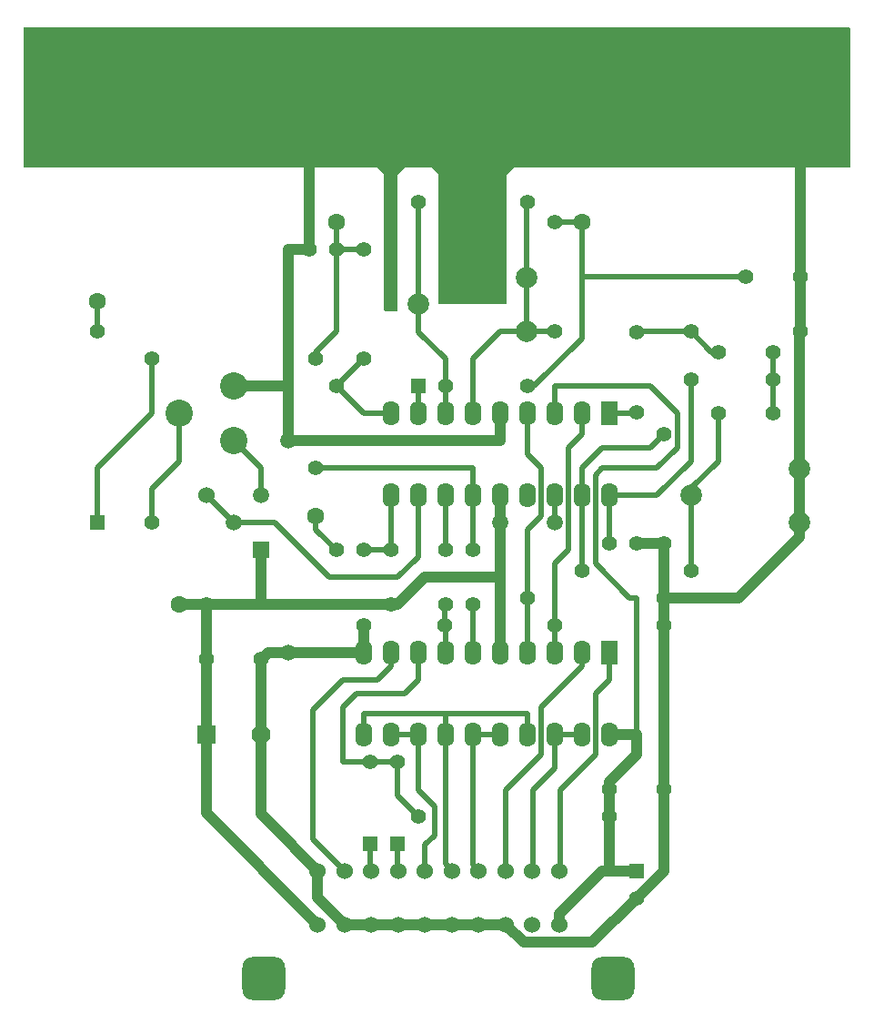
<source format=gbl>
G04 #@! TF.GenerationSoftware,KiCad,Pcbnew,6.0.1-79c1e3a40b~116~ubuntu20.04.1*
G04 #@! TF.CreationDate,2022-02-05T14:03:54+01:00*
G04 #@! TF.ProjectId,modulator,6d6f6475-6c61-4746-9f72-2e6b69636164,1.0*
G04 #@! TF.SameCoordinates,PX6acfc00PY8e18f40*
G04 #@! TF.FileFunction,Copper,L2,Bot*
G04 #@! TF.FilePolarity,Positive*
%FSLAX46Y46*%
G04 Gerber Fmt 4.6, Leading zero omitted, Abs format (unit mm)*
G04 Created by KiCad (PCBNEW 6.0.1-79c1e3a40b~116~ubuntu20.04.1) date 2022-02-05 14:03:54*
%MOMM*%
%LPD*%
G01*
G04 APERTURE LIST*
G04 Aperture macros list*
%AMRoundRect*
0 Rectangle with rounded corners*
0 $1 Rounding radius*
0 $2 $3 $4 $5 $6 $7 $8 $9 X,Y pos of 4 corners*
0 Add a 4 corners polygon primitive as box body*
4,1,4,$2,$3,$4,$5,$6,$7,$8,$9,$2,$3,0*
0 Add four circle primitives for the rounded corners*
1,1,$1+$1,$2,$3*
1,1,$1+$1,$4,$5*
1,1,$1+$1,$6,$7*
1,1,$1+$1,$8,$9*
0 Add four rect primitives between the rounded corners*
20,1,$1+$1,$2,$3,$4,$5,0*
20,1,$1+$1,$4,$5,$6,$7,0*
20,1,$1+$1,$6,$7,$8,$9,0*
20,1,$1+$1,$8,$9,$2,$3,0*%
G04 Aperture macros list end*
G04 #@! TA.AperFunction,ComponentPad*
%ADD10C,1.600000*%
G04 #@! TD*
G04 #@! TA.AperFunction,ComponentPad*
%ADD11C,1.397000*%
G04 #@! TD*
G04 #@! TA.AperFunction,ComponentPad*
%ADD12R,1.500000X1.500000*%
G04 #@! TD*
G04 #@! TA.AperFunction,ComponentPad*
%ADD13C,1.500000*%
G04 #@! TD*
G04 #@! TA.AperFunction,ComponentPad*
%ADD14RoundRect,1.000000X-1.000000X-1.000000X1.000000X-1.000000X1.000000X1.000000X-1.000000X1.000000X0*%
G04 #@! TD*
G04 #@! TA.AperFunction,ComponentPad*
%ADD15C,1.524000*%
G04 #@! TD*
G04 #@! TA.AperFunction,ComponentPad*
%ADD16C,2.540000*%
G04 #@! TD*
G04 #@! TA.AperFunction,ComponentPad*
%ADD17C,2.000000*%
G04 #@! TD*
G04 #@! TA.AperFunction,ComponentPad*
%ADD18R,1.574800X2.286000*%
G04 #@! TD*
G04 #@! TA.AperFunction,ComponentPad*
%ADD19O,1.574800X2.286000*%
G04 #@! TD*
G04 #@! TA.AperFunction,ComponentPad*
%ADD20R,1.397000X1.397000*%
G04 #@! TD*
G04 #@! TA.AperFunction,ComponentPad*
%ADD21R,1.778000X1.778000*%
G04 #@! TD*
G04 #@! TA.AperFunction,ComponentPad*
%ADD22C,1.778000*%
G04 #@! TD*
G04 #@! TA.AperFunction,ViaPad*
%ADD23C,1.500000*%
G04 #@! TD*
G04 #@! TA.AperFunction,Conductor*
%ADD24C,1.016000*%
G04 #@! TD*
G04 #@! TA.AperFunction,Conductor*
%ADD25C,0.508000*%
G04 #@! TD*
G04 APERTURE END LIST*
D10*
X7380000Y67974000D03*
D11*
X47385000Y40415000D03*
X60085000Y40415000D03*
X49925000Y37875000D03*
X60085000Y37875000D03*
D12*
X22620000Y44860000D03*
D13*
X22620000Y49940000D03*
X20080000Y47400000D03*
D14*
X22879080Y5030260D03*
X55380920Y5030260D03*
D15*
X37880320Y10028980D03*
X35380960Y10028980D03*
X32881600Y10028980D03*
X30379700Y10028980D03*
X27880340Y10028980D03*
X40379680Y10028980D03*
X42879040Y10028980D03*
X45380940Y10028980D03*
X47880300Y10028980D03*
X50379660Y10028980D03*
X50379660Y15027700D03*
X47880300Y15027700D03*
X45380940Y15027700D03*
X42879040Y15027700D03*
X40379680Y15027700D03*
X27880340Y15027700D03*
X30379700Y15027700D03*
X32881600Y15027700D03*
X35380960Y15027700D03*
X37880320Y15027700D03*
D10*
X29605000Y75340000D03*
X15000000Y39780000D03*
X52465000Y75340000D03*
D16*
X20080000Y55020000D03*
X15000000Y57560000D03*
X20080000Y60100000D03*
D10*
X27700000Y48035000D03*
D17*
X72706260Y52439360D03*
X72706260Y47440640D03*
X62703740Y49940000D03*
X47306260Y70219360D03*
X47306260Y65220640D03*
X37303740Y67720000D03*
D11*
X55005000Y20095000D03*
X37225000Y20095000D03*
X12460000Y47400000D03*
X12460000Y62640000D03*
X47385000Y77245000D03*
X37225000Y77245000D03*
X60085000Y55655000D03*
X60085000Y45495000D03*
X62625000Y65180000D03*
X72785000Y65180000D03*
D15*
X17540000Y49940000D03*
D11*
X17540000Y39780000D03*
X32145000Y72800000D03*
X32145000Y62640000D03*
X49925000Y75340000D03*
X49925000Y65180000D03*
X27700000Y52480000D03*
X27700000Y62640000D03*
X52465000Y42955000D03*
X62625000Y42955000D03*
X39765000Y60100000D03*
X47385000Y60100000D03*
X70245000Y60735000D03*
X62625000Y60735000D03*
D18*
X55005000Y35335000D03*
D19*
X52465000Y35335000D03*
X49925000Y35335000D03*
X47385000Y35335000D03*
X44845000Y35335000D03*
X42305000Y35335000D03*
X39765000Y35335000D03*
X37225000Y35335000D03*
X34685000Y35335000D03*
X32145000Y35335000D03*
X32145000Y27715000D03*
X34685000Y27715000D03*
X37225000Y27715000D03*
X39765000Y27715000D03*
X42305000Y27715000D03*
X44845000Y27715000D03*
X47385000Y27715000D03*
X49925000Y27715000D03*
X52465000Y27715000D03*
X55005000Y27715000D03*
D18*
X55005000Y57560000D03*
D19*
X52465000Y57560000D03*
X49925000Y57560000D03*
X47385000Y57560000D03*
X44845000Y57560000D03*
X42305000Y57560000D03*
X39765000Y57560000D03*
X37225000Y57560000D03*
X34685000Y57560000D03*
X34685000Y49940000D03*
X37225000Y49940000D03*
X39765000Y49940000D03*
X42305000Y49940000D03*
X44845000Y49940000D03*
X47385000Y49940000D03*
X49925000Y49940000D03*
X52465000Y49940000D03*
X55005000Y49940000D03*
D20*
X35320000Y17555000D03*
D11*
X35320000Y25175000D03*
D20*
X37225000Y60100000D03*
D11*
X29605000Y60100000D03*
D20*
X32780000Y17555000D03*
D11*
X32780000Y25175000D03*
D20*
X7380000Y47400000D03*
D11*
X7380000Y65180000D03*
X57545000Y57620960D03*
X57545000Y65119040D03*
D21*
X17540000Y27715000D03*
D22*
X22620000Y27715000D03*
D11*
X67705000Y70260000D03*
X72785000Y70260000D03*
X55005000Y22635000D03*
X60085000Y22635000D03*
X70245000Y63275000D03*
X65165000Y63275000D03*
X17540000Y34700000D03*
X22620000Y34700000D03*
X70245000Y57560000D03*
X65165000Y57560000D03*
D20*
X57545000Y15015000D03*
D11*
X57545000Y12475000D03*
X29605000Y44860000D03*
X32145000Y44860000D03*
X29605000Y72800000D03*
X27065000Y72800000D03*
X55005000Y45495000D03*
X57545000Y45495000D03*
X42305000Y39780000D03*
X42305000Y44860000D03*
X39765000Y39780000D03*
X39765000Y44860000D03*
X34685000Y44860000D03*
X34685000Y39780000D03*
X39704040Y37875000D03*
X32205960Y37875000D03*
D23*
X44845000Y47400000D03*
X49925000Y47400000D03*
X25160000Y55020000D03*
X25160000Y35335000D03*
D24*
X57545000Y12475000D02*
X53427660Y8357660D01*
X53427660Y8357660D02*
X47052260Y8357660D01*
X47052260Y8357660D02*
X45380940Y10028980D01*
X17540000Y34700000D02*
X17540000Y27715000D01*
X35320000Y39780000D02*
X37860000Y42320000D01*
X37860000Y42320000D02*
X44845000Y42320000D01*
D25*
X49925000Y49940000D02*
X49925000Y47400000D01*
D24*
X17540000Y34700000D02*
X17540000Y39780000D01*
X17540000Y39780000D02*
X21985000Y39780000D01*
X17540000Y39780000D02*
X15000000Y39780000D01*
X44845000Y42320000D02*
X44845000Y35335000D01*
X34685000Y39780000D02*
X35320000Y39780000D01*
X44845000Y47400000D02*
X44845000Y42320000D01*
X44845000Y49940000D02*
X44845000Y47400000D01*
X22620000Y39780000D02*
X22620000Y44860000D01*
X34685000Y39780000D02*
X22620000Y39780000D01*
X22620000Y39780000D02*
X21985000Y39780000D01*
X17540000Y20369320D02*
X27880340Y10028980D01*
X17540000Y27715000D02*
X17540000Y20369320D01*
X55005000Y20095000D02*
X55005000Y15015000D01*
X55005000Y15015000D02*
X57545000Y15015000D01*
D25*
X61355000Y54385000D02*
X61355000Y57560000D01*
X54370000Y52480000D02*
X59450000Y52480000D01*
D24*
X55005000Y20095000D02*
X55005000Y22635000D01*
X54370000Y15015000D02*
X55005000Y15015000D01*
D25*
X49925000Y60100000D02*
X49925000Y57560000D01*
X57545000Y40415000D02*
X56910000Y40415000D01*
D24*
X55005000Y22635000D02*
X55005000Y23270000D01*
X57545000Y25810000D02*
X57545000Y27715000D01*
X55005000Y23270000D02*
X57545000Y25810000D01*
D25*
X61355000Y57560000D02*
X58815000Y60100000D01*
X57545000Y27715000D02*
X57545000Y40415000D01*
X50560000Y60100000D02*
X49925000Y60100000D01*
X56910000Y40415000D02*
X53735000Y43590000D01*
X58815000Y60100000D02*
X50560000Y60100000D01*
X53735000Y43590000D02*
X53735000Y51845000D01*
D24*
X55005000Y27715000D02*
X57545000Y27715000D01*
D25*
X53735000Y51845000D02*
X54370000Y52480000D01*
X59450000Y52480000D02*
X61355000Y54385000D01*
D24*
X50379660Y11024660D02*
X50379660Y10028980D01*
X54370000Y15015000D02*
X50379660Y11024660D01*
D25*
X53735000Y25810000D02*
X53735000Y31525000D01*
X53735000Y31525000D02*
X55005000Y32795000D01*
X55005000Y32795000D02*
X55005000Y35335000D01*
X50430460Y22505460D02*
X53735000Y25810000D01*
X50430460Y15078500D02*
X50379660Y15027700D01*
X50430460Y22505460D02*
X50430460Y15078500D01*
X35190460Y17425460D02*
X35320000Y17555000D01*
X35320000Y15088660D02*
X35380960Y15027700D01*
X35320000Y17555000D02*
X35320000Y15088660D01*
X27440920Y29995920D02*
X27440920Y17966480D01*
X30240000Y32795000D02*
X27440920Y29995920D01*
X33415000Y32795000D02*
X30240000Y32795000D01*
X34685000Y34065000D02*
X33415000Y32795000D01*
X27440920Y17966480D02*
X30379700Y15027700D01*
X34685000Y35335000D02*
X34685000Y34065000D01*
X32650460Y17425460D02*
X32780000Y17555000D01*
X32780000Y15129300D02*
X32881600Y15027700D01*
X32780000Y17555000D02*
X32780000Y15129300D01*
X47890460Y22505460D02*
X49925000Y24540000D01*
X49925000Y27715000D02*
X52465000Y27715000D01*
X49925000Y24540000D02*
X49925000Y27715000D01*
X47890460Y15037860D02*
X47880300Y15027700D01*
X47890460Y22505460D02*
X47890460Y15037860D01*
X42810460Y27209540D02*
X42305000Y27715000D01*
X42305000Y27715000D02*
X44845000Y27715000D01*
X42305000Y15601740D02*
X42879040Y15027700D01*
X42305000Y27715000D02*
X42305000Y15601740D01*
X52465000Y34065000D02*
X52465000Y35335000D01*
X48655000Y25810000D02*
X48655000Y30255000D01*
X45350460Y22505460D02*
X48655000Y25810000D01*
X48655000Y30255000D02*
X52465000Y34065000D01*
X45350460Y15058180D02*
X45380940Y15027700D01*
X45350460Y22505460D02*
X45350460Y15058180D01*
X37225000Y27715000D02*
X34685000Y27715000D01*
X37880320Y17448320D02*
X37880320Y15027700D01*
X38749000Y18317000D02*
X37880320Y17448320D01*
X38749000Y20984000D02*
X38749000Y18317000D01*
X37225000Y22508000D02*
X38749000Y20984000D01*
X37225000Y27715000D02*
X37225000Y22508000D01*
X47385000Y29620000D02*
X47385000Y27715000D01*
X39765000Y29620000D02*
X47385000Y29620000D01*
X32145000Y27715000D02*
X32145000Y29620000D01*
X39765000Y29620000D02*
X39765000Y27715000D01*
X32145000Y29620000D02*
X39765000Y29620000D01*
X40270460Y27209540D02*
X39765000Y27715000D01*
X39765000Y15642380D02*
X40379680Y15027700D01*
X39765000Y27715000D02*
X39765000Y15642380D01*
D24*
X27065000Y72800000D02*
X27065000Y81690000D01*
X22620000Y34700000D02*
X22620000Y27715000D01*
X25160000Y72800000D02*
X25160000Y60100000D01*
D25*
X7458740Y82403740D02*
X7458740Y81458860D01*
X8650000Y83595000D02*
X7458740Y82403740D01*
D24*
X60085000Y37875000D02*
X60085000Y40415000D01*
X57545000Y12475000D02*
X60085000Y15015000D01*
X72706260Y46051260D02*
X72706260Y47440640D01*
X60085000Y22635000D02*
X60085000Y37875000D01*
D25*
X27065000Y81690000D02*
X25160000Y83595000D01*
D24*
X72706260Y47440640D02*
X72706260Y52439360D01*
X60085000Y40415000D02*
X67070000Y40415000D01*
D25*
X25160000Y83595000D02*
X8650000Y83595000D01*
D24*
X67070000Y40415000D02*
X72706260Y46051260D01*
X60085000Y15015000D02*
X60085000Y22635000D01*
X27065000Y81690000D02*
X72785000Y81690000D01*
X27065000Y72800000D02*
X25160000Y72800000D01*
X72785000Y81690000D02*
X72785000Y70260000D01*
X60085000Y45495000D02*
X57545000Y45495000D01*
X72706260Y65101260D02*
X72785000Y65180000D01*
X72706260Y52439360D02*
X72706260Y65101260D01*
X44845000Y55020000D02*
X25160000Y55020000D01*
X25160000Y55020000D02*
X25160000Y60100000D01*
X44845000Y57560000D02*
X44845000Y55020000D01*
X72785000Y65180000D02*
X72785000Y70260000D01*
X25160000Y60100000D02*
X20080000Y60100000D01*
X60085000Y40415000D02*
X60085000Y45495000D01*
X23255000Y35335000D02*
X22620000Y34700000D01*
X25160000Y35335000D02*
X23255000Y35335000D01*
X32145000Y35335000D02*
X25160000Y35335000D01*
X32205960Y35395960D02*
X32145000Y35335000D01*
X32205960Y37875000D02*
X32205960Y35395960D01*
X23448040Y19460000D02*
X27880340Y15027700D01*
X22620000Y20288040D02*
X23448040Y19460000D01*
X22620000Y27715000D02*
X22620000Y20288040D01*
X27880340Y12528340D02*
X30379700Y10028980D01*
X27880340Y15027700D02*
X27880340Y12528340D01*
X30379700Y10028980D02*
X32881600Y10028980D01*
X32881600Y10028980D02*
X35380960Y10028980D01*
X35380960Y10028980D02*
X37880320Y10028980D01*
X37880320Y10028980D02*
X40379680Y10028980D01*
X40379680Y10028980D02*
X42879040Y10028980D01*
X42879040Y10028980D02*
X45380940Y10028980D01*
D25*
X39704040Y37875000D02*
X39704040Y39719040D01*
X39704040Y39719040D02*
X39765000Y39780000D01*
X39765000Y35335000D02*
X39765000Y37814040D01*
X39765000Y37814040D02*
X39704040Y37875000D01*
X49925000Y37875000D02*
X49925000Y43590000D01*
X49925000Y35335000D02*
X49925000Y37875000D01*
X49925000Y43590000D02*
X51195000Y44860000D01*
X51195000Y44860000D02*
X51195000Y54385000D01*
X51195000Y54385000D02*
X52465000Y55655000D01*
X52465000Y55655000D02*
X52465000Y57560000D01*
X47385000Y40415000D02*
X47385000Y46765000D01*
X47385000Y53750000D02*
X47385000Y57560000D01*
X48655000Y52480000D02*
X47385000Y53750000D01*
X48655000Y48035000D02*
X48655000Y52480000D01*
X47385000Y46765000D02*
X48655000Y48035000D01*
X47385000Y35335000D02*
X47385000Y40415000D01*
X62625000Y49861260D02*
X62703740Y49940000D01*
X62625000Y42955000D02*
X62625000Y49861260D01*
X62703740Y49940000D02*
X62703740Y50653740D01*
X65165000Y53115000D02*
X65165000Y57560000D01*
X62703740Y50653740D02*
X65165000Y53115000D01*
X55005000Y49940000D02*
X55005000Y45495000D01*
X62625000Y60735000D02*
X62625000Y53115000D01*
X59450000Y49940000D02*
X55005000Y49940000D01*
X62625000Y53115000D02*
X59450000Y49940000D01*
X70245000Y60735000D02*
X70245000Y63275000D01*
X70245000Y57560000D02*
X70245000Y60735000D01*
X65165000Y63275000D02*
X64530000Y63275000D01*
X62625000Y65180000D02*
X57605960Y65180000D01*
X57605960Y65180000D02*
X57545000Y65119040D01*
X64530000Y63275000D02*
X62625000Y65180000D01*
X57484040Y57560000D02*
X57545000Y57620960D01*
X55005000Y57560000D02*
X57484040Y57560000D01*
X47346900Y65180000D02*
X47306260Y65220640D01*
X47306260Y65220640D02*
X47306260Y70219360D01*
X47306260Y65220640D02*
X44885640Y65220640D01*
X47306260Y77166260D02*
X47385000Y77245000D01*
X42305000Y62640000D02*
X42305000Y57560000D01*
X44885640Y65220640D02*
X42305000Y62640000D01*
X49925000Y65180000D02*
X47346900Y65180000D01*
X47306260Y70219360D02*
X47306260Y77166260D01*
X39765000Y62640000D02*
X39765000Y60100000D01*
X39765000Y60100000D02*
X39765000Y57560000D01*
X37303740Y65101260D02*
X39765000Y62640000D01*
X37225000Y77245000D02*
X37225000Y67798740D01*
X37225000Y67798740D02*
X37303740Y67720000D01*
X37303740Y67720000D02*
X37303740Y65101260D01*
X29605000Y72800000D02*
X29605000Y75340000D01*
X29605000Y72800000D02*
X32145000Y72800000D01*
X27700000Y62640000D02*
X27700000Y63275000D01*
X29605000Y65180000D02*
X29605000Y72800000D01*
X27700000Y63275000D02*
X29605000Y65180000D01*
X52465000Y75340000D02*
X49925000Y75340000D01*
X52465000Y64545000D02*
X48020000Y60100000D01*
X48020000Y60100000D02*
X47385000Y60100000D01*
X52465000Y70260000D02*
X52465000Y64545000D01*
X67705000Y70260000D02*
X52465000Y70260000D01*
X52465000Y70260000D02*
X52465000Y75340000D01*
X27700000Y48035000D02*
X27700000Y46765000D01*
X27700000Y46765000D02*
X29605000Y44860000D01*
X34685000Y44860000D02*
X34685000Y49940000D01*
X32145000Y44860000D02*
X34685000Y44860000D01*
X7380000Y47400000D02*
X7380000Y52480000D01*
X12460000Y57560000D02*
X12460000Y62640000D01*
X7380000Y52480000D02*
X12460000Y57560000D01*
X7380000Y67974000D02*
X7380000Y65180000D01*
X35320000Y22000000D02*
X37225000Y20095000D01*
X30240000Y30255000D02*
X31510000Y31525000D01*
X35320000Y25175000D02*
X35320000Y22000000D01*
X35320000Y25175000D02*
X32780000Y25175000D01*
X31510000Y31525000D02*
X35955000Y31525000D01*
X37225000Y32795000D02*
X37225000Y35335000D01*
X32780000Y25175000D02*
X30240000Y25175000D01*
X35955000Y31525000D02*
X37225000Y32795000D01*
X30240000Y25175000D02*
X30240000Y30255000D01*
X37225000Y57560000D02*
X37225000Y60100000D01*
X29605000Y60100000D02*
X32145000Y62640000D01*
X34685000Y57560000D02*
X32145000Y57560000D01*
X32145000Y57560000D02*
X29605000Y60100000D01*
X42305000Y35335000D02*
X42305000Y39780000D01*
X20715000Y47400000D02*
X23890000Y47400000D01*
X23890000Y47400000D02*
X28970000Y42320000D01*
X35320000Y42320000D02*
X37225000Y44225000D01*
X37225000Y44225000D02*
X37225000Y49940000D01*
X28970000Y42320000D02*
X35320000Y42320000D01*
X17540000Y49940000D02*
X20080000Y47400000D01*
X39765000Y44860000D02*
X39765000Y49940000D01*
X42305000Y49940000D02*
X42305000Y52480000D01*
X42305000Y52480000D02*
X27700000Y52480000D01*
X42305000Y44860000D02*
X42305000Y49940000D01*
X52465000Y49940000D02*
X52465000Y42955000D01*
X60085000Y55655000D02*
X58815000Y54385000D01*
X52465000Y52480000D02*
X52465000Y49940000D01*
X54370000Y54385000D02*
X52465000Y52480000D01*
X58815000Y54385000D02*
X54370000Y54385000D01*
X15000000Y53115000D02*
X15000000Y57560000D01*
X12460000Y50575000D02*
X15000000Y53115000D01*
X12460000Y47400000D02*
X12460000Y50575000D01*
X20080000Y55020000D02*
X22620000Y52480000D01*
X22620000Y52480000D02*
X22620000Y49940000D01*
G04 #@! TA.AperFunction,Conductor*
G36*
X77433741Y93470838D02*
G01*
X77480234Y93417182D01*
X77491620Y93364840D01*
X77491620Y80546000D01*
X77471618Y80477879D01*
X77417962Y80431386D01*
X77365620Y80420000D01*
X46115000Y80420000D01*
X45480000Y79785000D01*
X45480000Y67846000D01*
X45459998Y67777879D01*
X45406342Y67731386D01*
X45354000Y67720000D01*
X39256000Y67720000D01*
X39187879Y67740002D01*
X39141386Y67793658D01*
X39130000Y67846000D01*
X39130000Y79785000D01*
X38495000Y80420000D01*
X35955000Y80420000D01*
X35320000Y79785000D01*
X35320000Y67211000D01*
X35299998Y67142879D01*
X35246342Y67096386D01*
X35194000Y67085000D01*
X34176000Y67085000D01*
X34107879Y67105002D01*
X34061386Y67158658D01*
X34050000Y67211000D01*
X34050000Y79785000D01*
X33415000Y80420000D01*
X632760Y80420000D01*
X564639Y80440002D01*
X518146Y80493658D01*
X506760Y80546000D01*
X506760Y93364840D01*
X526762Y93432961D01*
X580418Y93479454D01*
X632760Y93490840D01*
X77365620Y93490840D01*
X77433741Y93470838D01*
G37*
G04 #@! TD.AperFunction*
M02*

</source>
